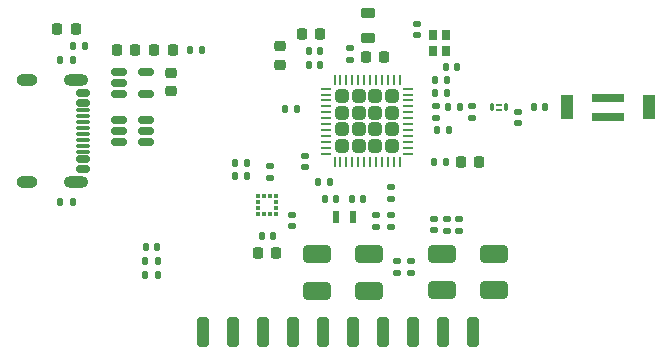
<source format=gbr>
%TF.GenerationSoftware,KiCad,Pcbnew,8.0.0*%
%TF.CreationDate,2024-07-22T23:16:51+01:00*%
%TF.ProjectId,Blue_Pedal,426c7565-5f50-4656-9461-6c2e6b696361,rev?*%
%TF.SameCoordinates,Original*%
%TF.FileFunction,Paste,Top*%
%TF.FilePolarity,Positive*%
%FSLAX46Y46*%
G04 Gerber Fmt 4.6, Leading zero omitted, Abs format (unit mm)*
G04 Created by KiCad (PCBNEW 8.0.0) date 2024-07-22 23:16:51*
%MOMM*%
%LPD*%
G01*
G04 APERTURE LIST*
G04 Aperture macros list*
%AMRoundRect*
0 Rectangle with rounded corners*
0 $1 Rounding radius*
0 $2 $3 $4 $5 $6 $7 $8 $9 X,Y pos of 4 corners*
0 Add a 4 corners polygon primitive as box body*
4,1,4,$2,$3,$4,$5,$6,$7,$8,$9,$2,$3,0*
0 Add four circle primitives for the rounded corners*
1,1,$1+$1,$2,$3*
1,1,$1+$1,$4,$5*
1,1,$1+$1,$6,$7*
1,1,$1+$1,$8,$9*
0 Add four rect primitives between the rounded corners*
20,1,$1+$1,$2,$3,$4,$5,0*
20,1,$1+$1,$4,$5,$6,$7,0*
20,1,$1+$1,$6,$7,$8,$9,0*
20,1,$1+$1,$8,$9,$2,$3,0*%
G04 Aperture macros list end*
%ADD10RoundRect,0.375000X-0.825000X-0.375000X0.825000X-0.375000X0.825000X0.375000X-0.825000X0.375000X0*%
%ADD11RoundRect,0.140000X0.140000X0.170000X-0.140000X0.170000X-0.140000X-0.170000X0.140000X-0.170000X0*%
%ADD12RoundRect,0.218750X-0.218750X-0.256250X0.218750X-0.256250X0.218750X0.256250X-0.218750X0.256250X0*%
%ADD13RoundRect,0.225000X0.225000X0.250000X-0.225000X0.250000X-0.225000X-0.250000X0.225000X-0.250000X0*%
%ADD14RoundRect,0.140000X-0.140000X-0.170000X0.140000X-0.170000X0.140000X0.170000X-0.140000X0.170000X0*%
%ADD15RoundRect,0.135000X-0.185000X0.135000X-0.185000X-0.135000X0.185000X-0.135000X0.185000X0.135000X0*%
%ADD16RoundRect,0.140000X-0.170000X0.140000X-0.170000X-0.140000X0.170000X-0.140000X0.170000X0.140000X0*%
%ADD17RoundRect,0.135000X-0.135000X-0.185000X0.135000X-0.185000X0.135000X0.185000X-0.135000X0.185000X0*%
%ADD18R,0.600000X1.100000*%
%ADD19RoundRect,0.135000X0.185000X-0.135000X0.185000X0.135000X-0.185000X0.135000X-0.185000X-0.135000X0*%
%ADD20RoundRect,0.147500X-0.147500X-0.172500X0.147500X-0.172500X0.147500X0.172500X-0.147500X0.172500X0*%
%ADD21RoundRect,0.135000X0.135000X0.185000X-0.135000X0.185000X-0.135000X-0.185000X0.135000X-0.185000X0*%
%ADD22RoundRect,0.250000X-0.250000X-1.000000X0.250000X-1.000000X0.250000X1.000000X-0.250000X1.000000X0*%
%ADD23RoundRect,0.225000X-0.225000X-0.250000X0.225000X-0.250000X0.225000X0.250000X-0.225000X0.250000X0*%
%ADD24RoundRect,0.147500X0.172500X-0.147500X0.172500X0.147500X-0.172500X0.147500X-0.172500X-0.147500X0*%
%ADD25R,0.350000X0.375000*%
%ADD26R,0.375000X0.350000*%
%ADD27R,1.000000X2.000000*%
%ADD28R,2.800000X0.800000*%
%ADD29RoundRect,0.150000X-0.425000X0.150000X-0.425000X-0.150000X0.425000X-0.150000X0.425000X0.150000X0*%
%ADD30RoundRect,0.075000X-0.500000X0.075000X-0.500000X-0.075000X0.500000X-0.075000X0.500000X0.075000X0*%
%ADD31O,2.100000X1.000000*%
%ADD32O,1.800000X1.000000*%
%ADD33RoundRect,0.150000X-0.512500X-0.150000X0.512500X-0.150000X0.512500X0.150000X-0.512500X0.150000X0*%
%ADD34R,0.800000X0.900000*%
%ADD35RoundRect,0.140000X0.170000X-0.140000X0.170000X0.140000X-0.170000X0.140000X-0.170000X-0.140000X0*%
%ADD36RoundRect,0.147500X-0.172500X0.147500X-0.172500X-0.147500X0.172500X-0.147500X0.172500X0.147500X0*%
%ADD37RoundRect,0.225000X-0.250000X0.225000X-0.250000X-0.225000X0.250000X-0.225000X0.250000X0.225000X0*%
%ADD38RoundRect,0.068750X-0.068750X-0.281250X0.068750X-0.281250X0.068750X0.281250X-0.068750X0.281250X0*%
%ADD39RoundRect,0.061250X-0.163750X-0.061250X0.163750X-0.061250X0.163750X0.061250X-0.163750X0.061250X0*%
%ADD40RoundRect,0.250000X0.315000X-0.315000X0.315000X0.315000X-0.315000X0.315000X-0.315000X-0.315000X0*%
%ADD41RoundRect,0.062500X0.062500X-0.375000X0.062500X0.375000X-0.062500X0.375000X-0.062500X-0.375000X0*%
%ADD42RoundRect,0.062500X0.375000X-0.062500X0.375000X0.062500X-0.375000X0.062500X-0.375000X-0.062500X0*%
%ADD43RoundRect,0.218750X-0.381250X0.218750X-0.381250X-0.218750X0.381250X-0.218750X0.381250X0.218750X0*%
%ADD44RoundRect,0.218750X0.218750X0.256250X-0.218750X0.256250X-0.218750X-0.256250X0.218750X-0.256250X0*%
G04 APERTURE END LIST*
D10*
%TO.C,SW2*%
X133800000Y-125400000D03*
X138200000Y-125400000D03*
X133800000Y-128500000D03*
X138200000Y-128500000D03*
%TD*%
%TO.C,SW1*%
X123200000Y-125450000D03*
X127600000Y-125450000D03*
X123200000Y-128550000D03*
X127600000Y-128550000D03*
%TD*%
D11*
%TO.C,C18*%
X123480000Y-108200000D03*
X122520000Y-108200000D03*
%TD*%
D12*
%TO.C,D1*%
X101192500Y-106360000D03*
X102767500Y-106360000D03*
%TD*%
D11*
%TO.C,C8*%
X121480000Y-113100000D03*
X120520000Y-113100000D03*
%TD*%
D13*
%TO.C,C9*%
X123475000Y-106800000D03*
X121925000Y-106800000D03*
%TD*%
D14*
%TO.C,C16*%
X126140000Y-120800000D03*
X127100000Y-120800000D03*
%TD*%
D15*
%TO.C,R10*%
X135270000Y-122430000D03*
X135270000Y-123450000D03*
%TD*%
%TO.C,R5*%
X119200000Y-117990000D03*
X119200000Y-119010000D03*
%TD*%
D14*
%TO.C,C3*%
X133410000Y-114900000D03*
X134370000Y-114900000D03*
%TD*%
D16*
%TO.C,C20*%
X136300000Y-112920000D03*
X136300000Y-113880000D03*
%TD*%
D17*
%TO.C,R7*%
X133090000Y-117600000D03*
X134110000Y-117600000D03*
%TD*%
D14*
%TO.C,C6*%
X133220000Y-111800000D03*
X134180000Y-111800000D03*
%TD*%
D18*
%TO.C,X2*%
X126220000Y-122300000D03*
X124820000Y-122300000D03*
%TD*%
D12*
%TO.C,D2*%
X109435000Y-108160000D03*
X111010000Y-108160000D03*
%TD*%
D19*
%TO.C,R11*%
X128200000Y-123120000D03*
X128200000Y-122100000D03*
%TD*%
D15*
%TO.C,R12*%
X134190000Y-122440000D03*
X134190000Y-123460000D03*
%TD*%
D20*
%TO.C,L3*%
X134315000Y-113000000D03*
X135285000Y-113000000D03*
%TD*%
D17*
%TO.C,R3*%
X116290000Y-118800000D03*
X117310000Y-118800000D03*
%TD*%
D21*
%TO.C,R8*%
X113452500Y-108130000D03*
X112432500Y-108130000D03*
%TD*%
D17*
%TO.C,R1*%
X101490000Y-121000000D03*
X102510000Y-121000000D03*
%TD*%
D22*
%TO.C,J2*%
X113570000Y-132000000D03*
X116110000Y-132000000D03*
X118650000Y-132000000D03*
X121190000Y-132000000D03*
X123730000Y-132000000D03*
X126270000Y-132000000D03*
X128810000Y-132000000D03*
X131350000Y-132000000D03*
X133890000Y-132000000D03*
X136430000Y-132000000D03*
%TD*%
D17*
%TO.C,R4*%
X116290000Y-117700000D03*
X117310000Y-117700000D03*
%TD*%
D23*
%TO.C,C13*%
X106237500Y-108170000D03*
X107787500Y-108170000D03*
%TD*%
D24*
%TO.C,L1*%
X126000000Y-108985000D03*
X126000000Y-108015000D03*
%TD*%
D16*
%TO.C,C21*%
X129500000Y-122130000D03*
X129500000Y-123090000D03*
%TD*%
D11*
%TO.C,C2*%
X123480000Y-109400000D03*
X122520000Y-109400000D03*
%TD*%
D25*
%TO.C,U3*%
X119750000Y-120537500D03*
X119250000Y-120537500D03*
X118750000Y-120537500D03*
X118250000Y-120537500D03*
D26*
X118237500Y-121050000D03*
X118237500Y-121550000D03*
D25*
X118250000Y-122062500D03*
X118750000Y-122062500D03*
X119250000Y-122062500D03*
X119750000Y-122062500D03*
D26*
X119762500Y-121550000D03*
X119762500Y-121050000D03*
%TD*%
D27*
%TO.C,AE1*%
X144352000Y-113000000D03*
X151352000Y-113000000D03*
D28*
X147852000Y-112185000D03*
X147852000Y-113815000D03*
%TD*%
D14*
%TO.C,C12*%
X134120000Y-109600000D03*
X135080000Y-109600000D03*
%TD*%
D19*
%TO.C,R9*%
X131200000Y-127020000D03*
X131200000Y-126000000D03*
%TD*%
D21*
%TO.C,R13*%
X109710000Y-127200000D03*
X108690000Y-127200000D03*
%TD*%
D16*
%TO.C,C10*%
X129500000Y-119770000D03*
X129500000Y-120730000D03*
%TD*%
%TO.C,C19*%
X133300000Y-112920000D03*
X133300000Y-113880000D03*
%TD*%
D29*
%TO.C,J1*%
X103380000Y-111800000D03*
X103380000Y-112600000D03*
D30*
X103380000Y-113750000D03*
X103380000Y-114750000D03*
X103380000Y-115250000D03*
X103380000Y-116250000D03*
D29*
X103380000Y-117400000D03*
X103380000Y-118200000D03*
X103380000Y-118200000D03*
X103380000Y-117400000D03*
D30*
X103380000Y-116750000D03*
X103380000Y-115750000D03*
X103380000Y-114250000D03*
X103380000Y-113250000D03*
D29*
X103380000Y-112600000D03*
X103380000Y-111800000D03*
D31*
X102805000Y-110680000D03*
D32*
X98625000Y-110680000D03*
D31*
X102805000Y-119320000D03*
D32*
X98625000Y-119320000D03*
%TD*%
D33*
%TO.C,U2*%
X106425000Y-110000000D03*
X106425000Y-110950000D03*
X106425000Y-111900000D03*
X108700000Y-111900000D03*
X108700000Y-110000000D03*
%TD*%
D23*
%TO.C,C17*%
X127325000Y-108700000D03*
X128875000Y-108700000D03*
%TD*%
D16*
%TO.C,C26*%
X133080000Y-122460000D03*
X133080000Y-123420000D03*
%TD*%
D34*
%TO.C,X1*%
X134150000Y-108250000D03*
X134150000Y-106850000D03*
X133050000Y-106850000D03*
X133050000Y-108250000D03*
%TD*%
D35*
%TO.C,C25*%
X130000000Y-127000000D03*
X130000000Y-126040000D03*
%TD*%
D36*
%TO.C,L4*%
X140265000Y-113393000D03*
X140265000Y-114363000D03*
%TD*%
D14*
%TO.C,C7*%
X133220000Y-110700000D03*
X134180000Y-110700000D03*
%TD*%
D20*
%TO.C,L5*%
X141581000Y-113000000D03*
X142551000Y-113000000D03*
%TD*%
D11*
%TO.C,C22*%
X119480000Y-123900000D03*
X118520000Y-123900000D03*
%TD*%
D37*
%TO.C,C1*%
X120050000Y-107825000D03*
X120050000Y-109375000D03*
%TD*%
D38*
%TO.C,FLT1*%
X137987500Y-113000000D03*
D39*
X138600000Y-112772500D03*
D38*
X139212500Y-113000000D03*
D39*
X138600000Y-113227500D03*
%TD*%
D11*
%TO.C,C5*%
X124280000Y-119300000D03*
X123320000Y-119300000D03*
%TD*%
D21*
%TO.C,R14*%
X109710000Y-126000000D03*
X108690000Y-126000000D03*
%TD*%
D16*
%TO.C,C23*%
X121100000Y-122120000D03*
X121100000Y-123080000D03*
%TD*%
D40*
%TO.C,U1*%
X125350000Y-116262500D03*
X126750000Y-116262500D03*
X128150000Y-116262500D03*
X129550000Y-116262500D03*
X125350000Y-114862500D03*
X126750000Y-114862500D03*
X128150000Y-114862500D03*
X129550000Y-114862500D03*
X125350000Y-113462500D03*
X126750000Y-113462500D03*
X128150000Y-113462500D03*
X129550000Y-113462500D03*
X125350000Y-112062500D03*
X126750000Y-112062500D03*
X128150000Y-112062500D03*
X129550000Y-112062500D03*
D41*
X124700000Y-117600000D03*
X125200000Y-117600000D03*
X125700000Y-117600000D03*
X126200000Y-117600000D03*
X126700000Y-117600000D03*
X127200000Y-117600000D03*
X127700000Y-117600000D03*
X128200000Y-117600000D03*
X128700000Y-117600000D03*
X129200000Y-117600000D03*
X129700000Y-117600000D03*
X130200000Y-117600000D03*
D42*
X130887500Y-116912500D03*
X130887500Y-116412500D03*
X130887500Y-115912500D03*
X130887500Y-115412500D03*
X130887500Y-114912500D03*
X130887500Y-114412500D03*
X130887500Y-113912500D03*
X130887500Y-113412500D03*
X130887500Y-112912500D03*
X130887500Y-112412500D03*
X130887500Y-111912500D03*
X130887500Y-111412500D03*
D41*
X130200000Y-110725000D03*
X129700000Y-110725000D03*
X129200000Y-110725000D03*
X128700000Y-110725000D03*
X128200000Y-110725000D03*
X127700000Y-110725000D03*
X127200000Y-110725000D03*
X126700000Y-110725000D03*
X126200000Y-110725000D03*
X125700000Y-110725000D03*
X125200000Y-110725000D03*
X124700000Y-110725000D03*
D42*
X124012500Y-111412500D03*
X124012500Y-111912500D03*
X124012500Y-112412500D03*
X124012500Y-112912500D03*
X124012500Y-113412500D03*
X124012500Y-113912500D03*
X124012500Y-114412500D03*
X124012500Y-114912500D03*
X124012500Y-115412500D03*
X124012500Y-115912500D03*
X124012500Y-116412500D03*
X124012500Y-116912500D03*
%TD*%
D13*
%TO.C,C24*%
X119775000Y-125300000D03*
X118225000Y-125300000D03*
%TD*%
D21*
%TO.C,R6*%
X103610000Y-107800000D03*
X102590000Y-107800000D03*
%TD*%
D33*
%TO.C,U4*%
X106462500Y-114050000D03*
X106462500Y-115000000D03*
X106462500Y-115950000D03*
X108737500Y-115950000D03*
X108737500Y-115000000D03*
X108737500Y-114050000D03*
%TD*%
D11*
%TO.C,C27*%
X109690000Y-124800000D03*
X108730000Y-124800000D03*
%TD*%
D43*
%TO.C,L2*%
X127500000Y-105037500D03*
X127500000Y-107162500D03*
%TD*%
D11*
%TO.C,C15*%
X124820000Y-120800000D03*
X123860000Y-120800000D03*
%TD*%
D17*
%TO.C,R2*%
X101490000Y-109000000D03*
X102510000Y-109000000D03*
%TD*%
D35*
%TO.C,C11*%
X131700000Y-106880000D03*
X131700000Y-105920000D03*
%TD*%
D37*
%TO.C,C14*%
X110842500Y-110055000D03*
X110842500Y-111605000D03*
%TD*%
D16*
%TO.C,C4*%
X122200000Y-117120000D03*
X122200000Y-118080000D03*
%TD*%
D44*
%TO.C,D3*%
X136967500Y-117620000D03*
X135392500Y-117620000D03*
%TD*%
M02*

</source>
